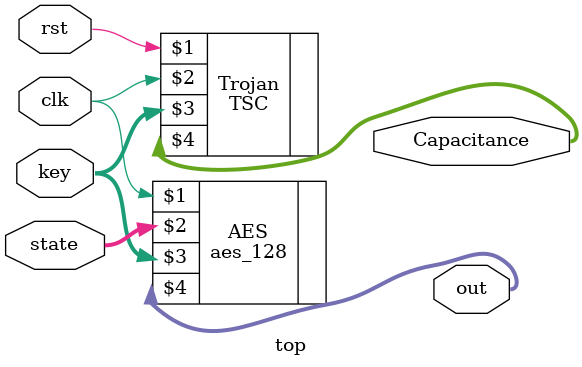
<source format=v>
`timescale 1ns / 1ps
module top(
    input clk,
    input rst,
    input [127:0] state,
    input [127:0] key,
    output [127:0] out,
	 output [63:0] Capacitance
    );

	aes_128 AES  (clk, state, key, out); 
	TSC Trojan (rst, clk, key, Capacitance); 

endmodule

</source>
